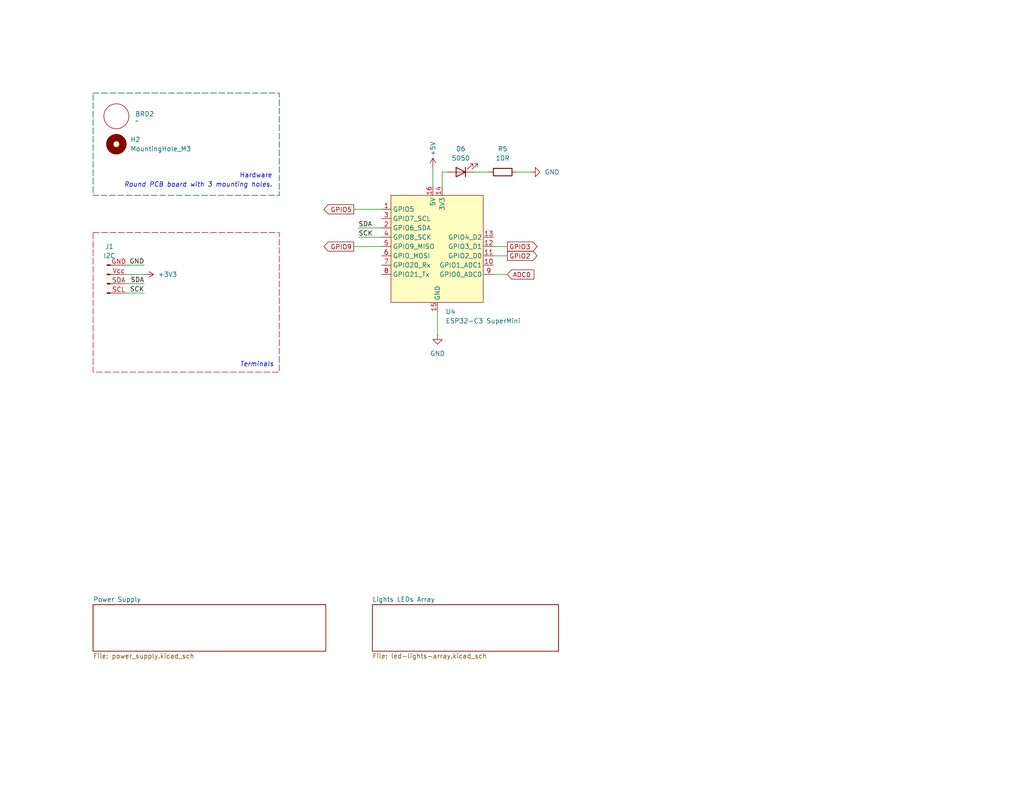
<source format=kicad_sch>
(kicad_sch (version 20231120) (generator "eeschema") (generator_version "8.0")
  (paper "USLetter")
  (title_block (title "Smart Work Desk Lights") (date "2024-07-24") (rev "Final") (company "Alexander Bobkov") (comment 1 "Specialized Accounting Offices") (comment 2 "ESP32-C3 SuperMini"))
  (lib_symbols
    (symbol "Alexander Symbol Library:Conn_I2C" (pin_names (offset 1.016) hide)
      (property "Reference" "J" (at 0 5.08 0))
      (property "Value" "I2C" (at 0 -7.62 0))
      (symbol "Conn_I2C_1_1"
        (polyline (pts (xy 1.27 -5.08) (xy 0.8636 -5.08)) (stroke (width 0.1524)))
        (polyline (pts (xy 1.27 -2.54) (xy 0.8636 -2.54)) (stroke (width 0.1524)))
        (polyline (pts (xy 1.27 0) (xy 0.8636 0)) (stroke (width 0.1524)))
        (polyline (pts (xy 1.27 2.54) (xy 0.8636 2.54)) (stroke (width 0.1524)))
        (rectangle (start 0.8636 -4.953) (end 0 -5.207) (stroke (width 0.1524)) (fill (type outline)))
        (rectangle (start 0.8636 -2.413) (end 0 -2.667) (stroke (width 0.1524)) (fill (type outline)))
        (rectangle (start 0.8636 0.127) (end 0 -0.127) (stroke (width 0.1524)) (fill (type outline)))
        (rectangle (start 0.8636 2.667) (end 0 2.413) (stroke (width 0.1524)) (fill (type outline)))
        (pin power_out line (at 5.08 2.54 180) (length 3.81) (name "GND") (number "GND"))
        (pin bidirectional line (at 5.08 -5.08 180) (length 3.81) (name "SCL") (number "SCL"))
        (pin bidirectional line (at 5.08 -2.54 180) (length 3.81) (name "SDA") (number "SDA"))
        (pin power_in line (at 5.08 0 180) (length 3.81) (name "VCC") (number "Vcc"))
      )
    )
    (symbol "Alexander Symbol Library:ESP32-C3-SuperMini"
      (property "Reference" "U" (at 0 0 0))
      (property "Value" "ESP32-C3 SuperMini" (at 25.654 0 0))
      (symbol "ESP32-C3-SuperMini_0_1"
        (rectangle (start 0 -2.54) (end 25.146 -31.75) (fill (type background)))
      )
      (symbol "ESP32-C3-SuperMini_1_1"
        (pin bidirectional line (at -2.54 -6.35 0) (length 2.54) (name "GPIO5") (number "1"))
        (pin bidirectional line (at 27.94 -21.59 180) (length 2.54) (name "GPIO1_ADC1") (number "10"))
        (pin bidirectional line (at 27.94 -19.05 180) (length 2.54) (name "GPIO2_D0") (number "11"))
        (pin bidirectional line (at 27.94 -16.51 180) (length 2.54) (name "GPIO3_D1") (number "12"))
        (pin bidirectional line (at 27.94 -13.97 180) (length 2.54) (name "GPIO4_D2") (number "13"))
        (pin power_in line (at 13.97 0 270) (length 2.54) (name "3V3") (number "14"))
        (pin power_out line (at 12.7 -34.29 90) (length 2.54) (name "GND") (number "15"))
        (pin power_in line (at 11.43 0 270) (length 2.54) (name "5V") (number "16"))
        (pin bidirectional line (at -2.54 -11.43 0) (length 2.54) (name "GPIO6_SDA") (number "2"))
        (pin bidirectional line (at -2.54 -8.89 0) (length 2.54) (name "GPIO7_SCL") (number "3"))
        (pin bidirectional line (at -2.54 -13.97 0) (length 2.54) (name "GPIO8_SCK") (number "4"))
        (pin bidirectional line (at -2.54 -16.51 0) (length 2.54) (name "GPIO9_MISO") (number "5"))
        (pin bidirectional line (at -2.54 -19.05 0) (length 2.54) (name "GPIO_MOSI") (number "6"))
        (pin bidirectional line (at -2.54 -21.59 0) (length 2.54) (name "GPIO20_Rx") (number "7"))
        (pin bidirectional line (at -2.54 -24.13 0) (length 2.54) (name "GPIO21_Tx") (number "8"))
        (pin bidirectional line (at 27.94 -24.13 180) (length 2.54) (name "GPIO0_ADC0") (number "9"))
      )
    )
    (symbol "Alexander_Library_Symbols:CircleBoard"
      (property "Reference" "BRD" (at 0 0 0))
      (symbol "CircleBoard_0_1"
        (circle (center 0 0) (radius 3.4078))
      )
    )
    (symbol "Device:LED" (pin_numbers hide) (pin_names (offset 1.016) hide)
      (property "Reference" "D" (at 0 2.54 0))
      (property "Value" "LED" (at 0 -2.54 0))
      (symbol "LED_0_1"
        (polyline (pts (xy -1.27 -1.27) (xy -1.27 1.27)) (stroke (width 0.254)))
        (polyline (pts (xy -1.27 0) (xy 1.27 0)))
        (polyline (pts (xy 1.27 -1.27) (xy 1.27 1.27) (xy -1.27 0) (xy 1.27 -1.27)) (stroke (width 0.254)))
        (polyline (pts (xy -3.048 -0.762) (xy -4.572 -2.286) (xy -3.81 -2.286) (xy -4.572 -2.286) (xy -4.572 -1.524)))
        (polyline (pts (xy -1.778 -0.762) (xy -3.302 -2.286) (xy -2.54 -2.286) (xy -3.302 -2.286) (xy -3.302 -1.524)))
      )
      (symbol "LED_1_1"
        (pin passive line (at -3.81 0 0) (length 2.54) (name "K") (number "1"))
        (pin passive line (at 3.81 0 180) (length 2.54) (name "A") (number "2"))
      )
    )
    (symbol "Device:R" (pin_numbers hide) (pin_names (offset 0))
      (property "Reference" "R" (at 2.032 0 90))
      (property "Value" "R" (at 0 0 90))
      (symbol "R_0_1"
        (rectangle (start -1.016 -2.54) (end 1.016 2.54) (stroke (width 0.254)))
      )
      (symbol "R_1_1"
        (pin passive line (at 0 3.81 270) (length 1.27) (name "~") (number "1"))
        (pin passive line (at 0 -3.81 90) (length 1.27) (name "~") (number "2"))
      )
    )
    (symbol "PCM_SL_Mechanical:MountingHole_M3"
      (property "Reference" "H" (at 0 7.62 0))
      (property "Value" "MountingHole_M3" (at 0 5.08 0))
      (symbol "MountingHole_M3_0_1"
        (circle (center 0 0) (radius 1.27) (fill (type background)))
        (circle (center 0 0) (radius 1.7961) (stroke (width 2)))
      )
    )
    (symbol "power:+3V3" (power) (pin_names (offset 0))
      (property "Value" "+3V3" (at 0 3.556 0))
      (symbol "+3V3_0_1"
        (polyline (pts (xy -0.762 1.27) (xy 0 2.54)))
        (polyline (pts (xy 0 0) (xy 0 2.54)))
        (polyline (pts (xy 0 2.54) (xy 0.762 1.27)))
      )
      (symbol "+3V3_1_1"
        (pin power_in line (at 0 0 90) (length 0) hide (name "+3V3") (number "1"))
      )
    )
    (symbol "power:+5V" (power) (pin_names (offset 0))
      (property "Value" "+5V" (at 0 3.556 0))
      (symbol "+5V_0_1"
        (polyline (pts (xy -0.762 1.27) (xy 0 2.54)))
        (polyline (pts (xy 0 0) (xy 0 2.54)))
        (polyline (pts (xy 0 2.54) (xy 0.762 1.27)))
      )
      (symbol "+5V_1_1"
        (pin power_in line (at 0 0 90) (length 0) hide (name "+5V") (number "1"))
      )
    )
    (symbol "power:GND" (power) (pin_numbers hide) (pin_names (offset 0) hide)
      (property "Value" "GND" (at 0 -3.81 0))
      (symbol "GND_0_1"
        (polyline (pts (xy 0 0) (xy 0 -1.27) (xy 1.27 -1.27) (xy 0 -2.54) (xy -1.27 -1.27) (xy 0 -1.27)))
      )
      (symbol "GND_1_1"
        (pin power_in line (at 0 0 270) (length 0) (name "~") (number "1"))
      )
    )
  )
  (wire (pts (xy 140.97 46.99) (xy 144.78 46.99)))
  (wire (pts (xy 34.29 80.01) (xy 39.37 80.01)))
  (wire (pts (xy 134.62 69.85) (xy 138.43 69.85)))
  (wire (pts (xy 118.11 45.72) (xy 118.11 50.8)))
  (wire (pts (xy 120.65 46.99) (xy 121.92 46.99)))
  (wire (pts (xy 34.29 72.39) (xy 39.37 72.39)))
  (wire (pts (xy 96.52 57.15) (xy 104.14 57.15)))
  (wire (pts (xy 34.29 77.47) (xy 39.37 77.47)))
  (wire (pts (xy 96.52 67.31) (xy 104.14 67.31)))
  (wire (pts (xy 129.54 46.99) (xy 133.35 46.99)))
  (wire (pts (xy 119.38 85.09) (xy 119.38 91.44)))
  (wire (pts (xy 34.29 74.93) (xy 39.37 74.93)))
  (wire (pts (xy 97.79 62.23) (xy 104.14 62.23)))
  (wire (pts (xy 97.79 64.77) (xy 104.14 64.77)))
  (wire (pts (xy 134.62 67.31) (xy 138.43 67.31)))
  (wire (pts (xy 134.62 74.93) (xy 138.43 74.93)))
  (wire (pts (xy 120.65 50.8) (xy 120.65 46.99)))
  (rectangle (start 25.4 25.4) (end 76.2 53.34) (stroke (width 0) (type dash) (color 0 72 72 1)))
  (rectangle (start 25.4 63.5) (end 76.2 101.6) (stroke (width 0) (type dash) (color 194 0 0 1)))
  (text "Hardware" (at 69.85 48.006 0) (effects (font (size 1.27 1.27))))
  (text "Round PCB board with 3 mounting holes." (at 54.102 50.546 0) (effects (font (size 1.27 1.27) (italic yes))))
  (text "Terminals" (at 70.104 99.568 0) (effects (font (size 1.27 1.27) (italic yes))))
  (label "SCK" (at 97.79 64.77 0))
  (label "GND" (at 39.37 72.39 180))
  (label "SDA" (at 39.37 77.47 180))
  (label "SCK" (at 39.37 80.01 180))
  (label "SDA" (at 97.79 62.23 0))
  (global_label "GPIO2" (shape output) (at 138.43 69.85 0) (property "Intersheetrefs" "${INTERSHEET_REFS}" (effects (hide yes))))
  (global_label "GPIO9" (shape output) (at 96.52 67.31 180) (property "Intersheetrefs" "${INTERSHEET_REFS}" (effects (hide yes))))
  (global_label "GPIO3" (shape output) (at 138.43 67.31 0) (property "Intersheetrefs" "${INTERSHEET_REFS}" (effects (hide yes))))
  (global_label "GPIO5" (shape output) (at 96.52 57.15 180) (property "Intersheetrefs" "${INTERSHEET_REFS}" (effects (hide yes))))
  (global_label "ADC0" (shape input) (at 138.43 74.93 0) (property "Intersheetrefs" "${INTERSHEET_REFS}" (effects (hide yes))))
  (symbol (lib_id "Alexander_Library_Symbols:CircleBoard") (at 31.75 31.75 0) (unit 1)
    (property "Reference" "BRD2" (at 36.83 31.1149 0) (effects (justify left)))
    (property "Value" "~" (at 36.83 33.02 0) (effects (justify left)))
    (property "Footprint" "Alexander Footprint Library:Circle-44R" (effects (hide yes)))
  )
  (symbol (lib_id "power:GND") (at 119.38 91.44 0) (unit 1)
    (property "Reference" "#PWR012" (effects (hide yes)))
    (property "Value" "GND" (at 119.38 96.52 0))
    (property "Description" "Power symbol creates a global label with name \"GND\" , ground" (effects (hide yes)))
  )
  (symbol (lib_id "PCM_SL_Mechanical:MountingHole_M3") (at 31.75 39.37 0) (unit 1)
    (property "Reference" "H2" (at 35.56 38.0999 0) (effects (justify left)))
    (property "Value" "MountingHole_M3" (at 35.56 40.6399 0) (effects (justify left)))
    (property "Footprint" "MountingHole:MountingHole_3.2mm_M3" (effects (hide yes)))
    (property "Description" "3.2mm Diameter Mounting Hole (M3)" (effects (hide yes)))
  )
  (symbol (lib_id "Device:R") (at 137.16 46.99 270) (unit 1)
    (property "Reference" "R5" (at 137.16 40.64 90))
    (property "Value" "10R" (at 137.16 43.18 90))
    (property "Footprint" "Resistor_SMD:R_1206_3216Metric_Pad1.30x1.75mm_HandSolder" (effects (hide yes)))
    (property "Description" "Resistor" (effects (hide yes)))
  )
  (symbol (lib_id "power:+3V3") (at 39.37 74.93 270) (unit 1)
    (property "Reference" "#PWR01" (effects (hide yes)))
    (property "Value" "+3V3" (at 45.72 74.93 90))
  )
  (symbol (lib_id "Alexander Symbol Library:ESP32-C3-SuperMini") (at 106.68 50.8 0) (unit 1)
    (property "Reference" "U4" (at 121.5741 85.09 0) (effects (justify left)))
    (property "Value" "ESP32-C3 SuperMini" (at 121.5741 87.63 0) (effects (justify left)))
    (property "Footprint" "Alexander Footprint Library:ESP32-C3_SuperMini" (effects (hide yes)))
  )
  (symbol (lib_id "Alexander Symbol Library:Conn_I2C") (at 29.21 74.93 0) (unit 1)
    (property "Reference" "J1" (at 29.845 67.31 0))
    (property "Value" "I2C" (at 29.845 69.85 0))
    (property "Footprint" "Alexander Footprint Library:Conn_I2C" (effects (hide yes)))
    (property "Description" "I2C connector, single row, 01x04" (effects (hide yes)))
  )
  (symbol (lib_id "power:GND") (at 144.78 46.99 90) (unit 1)
    (property "Reference" "#PWR014" (effects (hide yes)))
    (property "Value" "GND" (at 148.59 46.9899 90) (effects (justify right)))
    (property "Description" "Power symbol creates a global label with name \"GND\" , ground" (effects (hide yes)))
  )
  (symbol (lib_id "Device:LED") (at 125.73 46.99 180) (unit 1)
    (property "Reference" "D6" (at 125.73 40.64 0))
    (property "Value" "5050" (at 125.73 43.18 0))
    (property "Footprint" "LED_SMD:LED_1210_3225Metric_Pad1.42x2.65mm_HandSolder" (effects (hide yes)))
    (property "Description" "Light emitting diode" (effects (hide yes)))
  )
  (symbol (lib_id "power:+5V") (at 118.11 45.72 0) (unit 1)
    (property "Reference" "#PWR013" (effects (hide yes)))
    (property "Value" "+5V" (at 118.11 40.64 90))
  )
  (sheet (at 25.4 165.1) (size 63.5 12.7) (stroke (width 0.1524))
    (property "Sheetname" "Power Supply" (at 25.4 164.3884 0) (effects (justify left bottom)))
    (property "Sheetfile" "power_supply.kicad_sch" (at 25.4 178.3846 0) (effects (justify left top)))
  )
  (sheet (at 101.6 165.1) (size 50.8 12.7) (stroke (width 0.1524))
    (property "Sheetname" "Lights LEDs Array" (at 101.6 164.3884 0) (effects (justify left bottom)))
    (property "Sheetfile" "led-lights-array.kicad_sch" (at 101.6 178.3846 0) (effects (justify left top)))
  )
)
</source>
